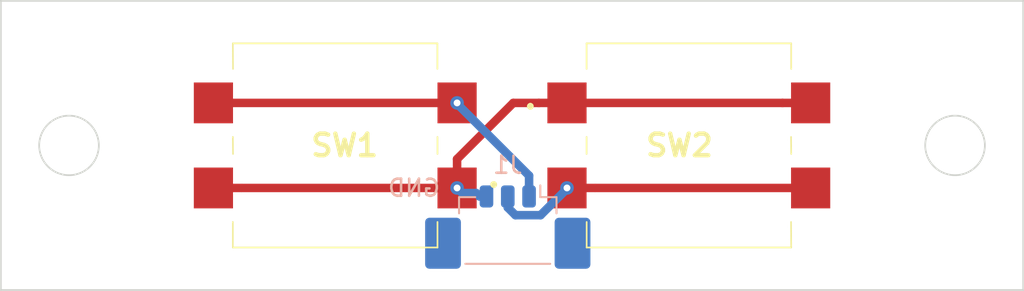
<source format=kicad_pcb>
(kicad_pcb (version 20171130) (host pcbnew "(5.1.5)-3")

  (general
    (thickness 1.6)
    (drawings 14)
    (tracks 30)
    (zones 0)
    (modules 3)
    (nets 4)
  )

  (page A4)
  (layers
    (0 F.Cu signal)
    (31 B.Cu signal)
    (32 B.Adhes user)
    (33 F.Adhes user)
    (34 B.Paste user)
    (35 F.Paste user hide)
    (36 B.SilkS user)
    (37 F.SilkS user)
    (38 B.Mask user)
    (39 F.Mask user)
    (40 Dwgs.User user hide)
    (41 Cmts.User user hide)
    (42 Eco1.User user hide)
    (43 Eco2.User user hide)
    (44 Edge.Cuts user)
    (45 Margin user hide)
    (46 B.CrtYd user)
    (47 F.CrtYd user)
    (48 B.Fab user hide)
    (49 F.Fab user hide)
  )

  (setup
    (last_trace_width 0.25)
    (trace_clearance 0.2)
    (zone_clearance 0.508)
    (zone_45_only no)
    (trace_min 0.2)
    (via_size 0.8)
    (via_drill 0.4)
    (via_min_size 0.4)
    (via_min_drill 0.3)
    (uvia_size 0.3)
    (uvia_drill 0.1)
    (uvias_allowed no)
    (uvia_min_size 0.2)
    (uvia_min_drill 0.1)
    (edge_width 0.1)
    (segment_width 0.2)
    (pcb_text_width 0.3)
    (pcb_text_size 1.5 1.5)
    (mod_edge_width 0.15)
    (mod_text_size 1 1)
    (mod_text_width 0.15)
    (pad_size 1.524 1.524)
    (pad_drill 0.762)
    (pad_to_mask_clearance 0)
    (aux_axis_origin 0 0)
    (visible_elements 7FFFFFFF)
    (pcbplotparams
      (layerselection 0x010fc_ffffffff)
      (usegerberextensions false)
      (usegerberattributes false)
      (usegerberadvancedattributes false)
      (creategerberjobfile false)
      (excludeedgelayer true)
      (linewidth 0.100000)
      (plotframeref false)
      (viasonmask false)
      (mode 1)
      (useauxorigin false)
      (hpglpennumber 1)
      (hpglpenspeed 20)
      (hpglpendiameter 15.000000)
      (psnegative false)
      (psa4output false)
      (plotreference true)
      (plotvalue true)
      (plotinvisibletext false)
      (padsonsilk false)
      (subtractmaskfromsilk false)
      (outputformat 1)
      (mirror false)
      (drillshape 0)
      (scaleselection 1)
      (outputdirectory "../ExportFiles/Right_Left_SidePanel/"))
  )

  (net 0 "")
  (net 1 "Net-(J1-Pad2)")
  (net 2 "Net-(J1-Pad1)")
  (net 3 +3V3)

  (net_class Default "This is the default net class."
    (clearance 0.2)
    (trace_width 0.25)
    (via_dia 0.8)
    (via_drill 0.4)
    (uvia_dia 0.3)
    (uvia_drill 0.1)
    (add_net +3V3)
    (add_net "Net-(J1-Pad1)")
    (add_net "Net-(J1-Pad2)")
  )

  (module SamacSys_Parts:B3FS4002P (layer F.Cu) (tedit 5E3E8AD5) (tstamp 5E15EC30)
    (at 94.25 138.75 180)
    (descr B3FS-4002P)
    (tags Switch)
    (path /5E15DB1E)
    (attr smd)
    (fp_text reference SW2 (at -0.575 0) (layer F.SilkS)
      (effects (font (size 1.27 1.27) (thickness 0.254)))
    )
    (fp_text value SW_DOWN (at -0.575 0) (layer F.SilkS) hide
      (effects (font (size 1.27 1.27) (thickness 0.254)))
    )
    (fp_arc (start 8.175 2.3) (end 8.175 2.4) (angle 180) (layer F.SilkS) (width 0.2))
    (fp_arc (start 8.175 2.3) (end 8.175 2.2) (angle 180) (layer F.SilkS) (width 0.2))
    (fp_line (start 8.175 2.4) (end 8.175 2.4) (layer F.SilkS) (width 0.2))
    (fp_line (start 8.175 2.2) (end 8.175 2.2) (layer F.SilkS) (width 0.2))
    (fp_line (start 4.875 0.5) (end 4.875 -0.5) (layer F.SilkS) (width 0.1))
    (fp_line (start -7.125 0.5) (end -7.135 -0.5) (layer F.SilkS) (width 0.1))
    (fp_line (start 4.87 -6) (end 4.87 -4.5) (layer F.SilkS) (width 0.1))
    (fp_line (start -7.135 -6) (end 4.87 -6) (layer F.SilkS) (width 0.1))
    (fp_line (start -7.125 -4.5) (end -7.135 -6) (layer F.SilkS) (width 0.1))
    (fp_line (start 4.875 6) (end 4.875 4.5) (layer F.SilkS) (width 0.1))
    (fp_line (start -7.135 6) (end 4.875 6) (layer F.SilkS) (width 0.1))
    (fp_line (start -7.135 4.5) (end -7.135 6) (layer F.SilkS) (width 0.1))
    (fp_line (start -10.425 7) (end -10.425 -7) (layer F.CrtYd) (width 0.1))
    (fp_line (start 9.275 7) (end -10.425 7) (layer F.CrtYd) (width 0.1))
    (fp_line (start 9.275 -7) (end 9.275 7) (layer F.CrtYd) (width 0.1))
    (fp_line (start -10.425 -7) (end 9.275 -7) (layer F.CrtYd) (width 0.1))
    (fp_line (start -7.125 6) (end -7.125 -6) (layer F.Fab) (width 0.2))
    (fp_line (start 4.875 6) (end -7.125 6) (layer F.Fab) (width 0.2))
    (fp_line (start 4.875 -6) (end 4.875 6) (layer F.Fab) (width 0.2))
    (fp_line (start -7.125 -6) (end 4.875 -6) (layer F.Fab) (width 0.2))
    (fp_text user %R (at -0.575 0) (layer F.Fab)
      (effects (font (size 1.27 1.27) (thickness 0.254)))
    )
    (pad 2 smd rect (at -8.275 -2.5 180) (size 2.3 2.4) (layers F.Cu F.Paste F.Mask)
      (net 1 "Net-(J1-Pad2)"))
    (pad 2 smd rect (at 6.025 -2.5 180) (size 2.3 2.4) (layers F.Cu F.Paste F.Mask)
      (net 1 "Net-(J1-Pad2)"))
    (pad 1 smd rect (at -8.275 2.5 180) (size 2.3 2.4) (layers F.Cu F.Paste F.Mask)
      (net 3 +3V3))
    (pad 1 smd rect (at 6.025 2.5 180) (size 2.3 2.4) (layers F.Cu F.Paste F.Mask)
      (net 3 +3V3))
    (model ${SamacSys_Parts_3D}/B3FS-4002P.stp
      (offset (xyz -1 0 0))
      (scale (xyz 1 1 1))
      (rotate (xyz -90 0 0))
    )
  )

  (module SamacSys_Parts:B3FS4002P (layer F.Cu) (tedit 5E3E8AD5) (tstamp 5E15E666)
    (at 75.75 138.75)
    (descr B3FS-4002P)
    (tags Switch)
    (path /5E15D779)
    (attr smd)
    (fp_text reference SW1 (at -0.575 0) (layer F.SilkS)
      (effects (font (size 1.27 1.27) (thickness 0.254)))
    )
    (fp_text value SW_UP (at -0.575 0) (layer F.SilkS) hide
      (effects (font (size 1.27 1.27) (thickness 0.254)))
    )
    (fp_arc (start 8.175 2.3) (end 8.175 2.4) (angle 180) (layer F.SilkS) (width 0.2))
    (fp_arc (start 8.175 2.3) (end 8.175 2.2) (angle 180) (layer F.SilkS) (width 0.2))
    (fp_line (start 8.175 2.4) (end 8.175 2.4) (layer F.SilkS) (width 0.2))
    (fp_line (start 8.175 2.2) (end 8.175 2.2) (layer F.SilkS) (width 0.2))
    (fp_line (start 4.875 0.5) (end 4.875 -0.5) (layer F.SilkS) (width 0.1))
    (fp_line (start -7.125 0.5) (end -7.135 -0.5) (layer F.SilkS) (width 0.1))
    (fp_line (start 4.87 -6) (end 4.87 -4.5) (layer F.SilkS) (width 0.1))
    (fp_line (start -7.135 -6) (end 4.87 -6) (layer F.SilkS) (width 0.1))
    (fp_line (start -7.125 -4.5) (end -7.135 -6) (layer F.SilkS) (width 0.1))
    (fp_line (start 4.875 6) (end 4.875 4.5) (layer F.SilkS) (width 0.1))
    (fp_line (start -7.135 6) (end 4.875 6) (layer F.SilkS) (width 0.1))
    (fp_line (start -7.135 4.5) (end -7.135 6) (layer F.SilkS) (width 0.1))
    (fp_line (start -10.425 7) (end -10.425 -7) (layer F.CrtYd) (width 0.1))
    (fp_line (start 9.275 7) (end -10.425 7) (layer F.CrtYd) (width 0.1))
    (fp_line (start 9.275 -7) (end 9.275 7) (layer F.CrtYd) (width 0.1))
    (fp_line (start -10.425 -7) (end 9.275 -7) (layer F.CrtYd) (width 0.1))
    (fp_line (start -7.125 6) (end -7.125 -6) (layer F.Fab) (width 0.2))
    (fp_line (start 4.875 6) (end -7.125 6) (layer F.Fab) (width 0.2))
    (fp_line (start 4.875 -6) (end 4.875 6) (layer F.Fab) (width 0.2))
    (fp_line (start -7.125 -6) (end 4.875 -6) (layer F.Fab) (width 0.2))
    (fp_text user %R (at -0.575 0) (layer F.Fab)
      (effects (font (size 1.27 1.27) (thickness 0.254)))
    )
    (pad 2 smd rect (at -8.275 -2.5) (size 2.3 2.4) (layers F.Cu F.Paste F.Mask)
      (net 2 "Net-(J1-Pad1)"))
    (pad 2 smd rect (at 6.025 -2.5) (size 2.3 2.4) (layers F.Cu F.Paste F.Mask)
      (net 2 "Net-(J1-Pad1)"))
    (pad 1 smd rect (at -8.275 2.5) (size 2.3 2.4) (layers F.Cu F.Paste F.Mask)
      (net 3 +3V3))
    (pad 1 smd rect (at 6.025 2.5) (size 2.3 2.4) (layers F.Cu F.Paste F.Mask)
      (net 3 +3V3))
    (model ${SamacSys_Parts_3D}/B3FS-4002P.stp
      (offset (xyz -1 0 0))
      (scale (xyz 1 1 1))
      (rotate (xyz -90 0 0))
    )
  )

  (module Connector_Molex:Molex_PicoBlade_53398-0371_1x03-1MP_P1.25mm_Vertical (layer B.Cu) (tedit 5B78AD88) (tstamp 5E733C7C)
    (at 84.75 143 180)
    (descr "Molex PicoBlade series connector, 53398-0371 (http://www.molex.com/pdm_docs/sd/533980271_sd.pdf), generated with kicad-footprint-generator")
    (tags "connector Molex PicoBlade side entry")
    (path /5E15E4A2)
    (attr smd)
    (fp_text reference J1 (at 0 3.1) (layer B.SilkS)
      (effects (font (size 1 1) (thickness 0.15)) (justify mirror))
    )
    (fp_text value To_RightPanel (at 0 -4.2) (layer B.Fab)
      (effects (font (size 1 1) (thickness 0.15)) (justify mirror))
    )
    (fp_line (start -2.75 1.1) (end 2.75 1.1) (layer B.Fab) (width 0.1))
    (fp_line (start -2.86 0.26) (end -2.86 1.21) (layer B.SilkS) (width 0.12))
    (fp_line (start -2.86 1.21) (end -1.91 1.21) (layer B.SilkS) (width 0.12))
    (fp_line (start -1.91 1.21) (end -1.91 1.9) (layer B.SilkS) (width 0.12))
    (fp_line (start 2.86 0.26) (end 2.86 1.21) (layer B.SilkS) (width 0.12))
    (fp_line (start 2.86 1.21) (end 1.91 1.21) (layer B.SilkS) (width 0.12))
    (fp_line (start -2.49 -2.71) (end 2.49 -2.71) (layer B.SilkS) (width 0.12))
    (fp_line (start -2.75 -2.6) (end 2.75 -2.6) (layer B.Fab) (width 0.1))
    (fp_line (start -2.75 1.1) (end -2.75 -2.6) (layer B.Fab) (width 0.1))
    (fp_line (start 2.75 1.1) (end 2.75 -2.6) (layer B.Fab) (width 0.1))
    (fp_line (start -1.4 -1.225) (end -1.4 -1.825) (layer B.Fab) (width 0.1))
    (fp_line (start -1.4 -1.825) (end -1.1 -1.825) (layer B.Fab) (width 0.1))
    (fp_line (start -1.1 -1.825) (end -1.1 -1.225) (layer B.Fab) (width 0.1))
    (fp_line (start -1.1 -1.225) (end -1.4 -1.225) (layer B.Fab) (width 0.1))
    (fp_line (start -0.15 -1.225) (end -0.15 -1.825) (layer B.Fab) (width 0.1))
    (fp_line (start -0.15 -1.825) (end 0.15 -1.825) (layer B.Fab) (width 0.1))
    (fp_line (start 0.15 -1.825) (end 0.15 -1.225) (layer B.Fab) (width 0.1))
    (fp_line (start 0.15 -1.225) (end -0.15 -1.225) (layer B.Fab) (width 0.1))
    (fp_line (start 1.1 -1.225) (end 1.1 -1.825) (layer B.Fab) (width 0.1))
    (fp_line (start 1.1 -1.825) (end 1.4 -1.825) (layer B.Fab) (width 0.1))
    (fp_line (start 1.4 -1.825) (end 1.4 -1.225) (layer B.Fab) (width 0.1))
    (fp_line (start 1.4 -1.225) (end 1.1 -1.225) (layer B.Fab) (width 0.1))
    (fp_line (start -2.75 -2.6) (end -4.25 -2.6) (layer B.Fab) (width 0.1))
    (fp_line (start -4.25 -2.6) (end -4.45 -2.4) (layer B.Fab) (width 0.1))
    (fp_line (start -4.45 -2.4) (end -4.45 -0.6) (layer B.Fab) (width 0.1))
    (fp_line (start -4.45 -0.6) (end -4.25 -0.4) (layer B.Fab) (width 0.1))
    (fp_line (start -4.25 -0.4) (end -4.25 0.2) (layer B.Fab) (width 0.1))
    (fp_line (start -4.25 0.2) (end -2.75 0.2) (layer B.Fab) (width 0.1))
    (fp_line (start 2.75 -2.6) (end 4.25 -2.6) (layer B.Fab) (width 0.1))
    (fp_line (start 4.25 -2.6) (end 4.45 -2.4) (layer B.Fab) (width 0.1))
    (fp_line (start 4.45 -2.4) (end 4.45 -0.6) (layer B.Fab) (width 0.1))
    (fp_line (start 4.45 -0.6) (end 4.25 -0.4) (layer B.Fab) (width 0.1))
    (fp_line (start 4.25 -0.4) (end 4.25 0.2) (layer B.Fab) (width 0.1))
    (fp_line (start 4.25 0.2) (end 2.75 0.2) (layer B.Fab) (width 0.1))
    (fp_line (start -5.35 2.4) (end -5.35 -3.5) (layer B.CrtYd) (width 0.05))
    (fp_line (start -5.35 -3.5) (end 5.35 -3.5) (layer B.CrtYd) (width 0.05))
    (fp_line (start 5.35 -3.5) (end 5.35 2.4) (layer B.CrtYd) (width 0.05))
    (fp_line (start 5.35 2.4) (end -5.35 2.4) (layer B.CrtYd) (width 0.05))
    (fp_line (start -1.75 1.1) (end -1.25 0.392893) (layer B.Fab) (width 0.1))
    (fp_line (start -1.25 0.392893) (end -0.75 1.1) (layer B.Fab) (width 0.1))
    (fp_text user %R (at 0 -0.4) (layer B.Fab)
      (effects (font (size 1 1) (thickness 0.15)) (justify mirror))
    )
    (pad 1 smd roundrect (at -1.25 1.25 180) (size 0.8 1.3) (layers B.Cu B.Paste B.Mask) (roundrect_rratio 0.25)
      (net 2 "Net-(J1-Pad1)"))
    (pad 2 smd roundrect (at 0 1.25 180) (size 0.8 1.3) (layers B.Cu B.Paste B.Mask) (roundrect_rratio 0.25)
      (net 1 "Net-(J1-Pad2)"))
    (pad 3 smd roundrect (at 1.25 1.25 180) (size 0.8 1.3) (layers B.Cu B.Paste B.Mask) (roundrect_rratio 0.25)
      (net 3 +3V3))
    (pad MP smd roundrect (at -3.8 -1.5 180) (size 2.1 3) (layers B.Cu B.Paste B.Mask) (roundrect_rratio 0.119048))
    (pad MP smd roundrect (at 3.8 -1.5 180) (size 2.1 3) (layers B.Cu B.Paste B.Mask) (roundrect_rratio 0.119048))
    (model ${KISYS3DMOD}/Connector_Molex.3dshapes/Molex_PicoBlade_53398-0371_1x03-1MP_P1.25mm_Vertical.wrl
      (at (xyz 0 0 0))
      (scale (xyz 1 1 1))
      (rotate (xyz 0 0 0))
    )
  )

  (gr_text GND (at 79.25 141.25) (layer B.SilkS)
    (effects (font (size 1 1) (thickness 0.15)) (justify mirror))
  )
  (dimension 4 (width 0.15) (layer Dwgs.User)
    (gr_text "4.000 mm" (at 113 153.3) (layer Dwgs.User)
      (effects (font (size 1 1) (thickness 0.15)))
    )
    (feature1 (pts (xy 115 138.75) (xy 115 152.586421)))
    (feature2 (pts (xy 111 138.75) (xy 111 152.586421)))
    (crossbar (pts (xy 111 152) (xy 115 152)))
    (arrow1a (pts (xy 115 152) (xy 113.873496 152.586421)))
    (arrow1b (pts (xy 115 152) (xy 113.873496 151.413579)))
    (arrow2a (pts (xy 111 152) (xy 112.126504 152.586421)))
    (arrow2b (pts (xy 111 152) (xy 112.126504 151.413579)))
  )
  (dimension 8.5 (width 0.15) (layer Dwgs.User)
    (gr_text "8.500 mm" (at 119.8 134.5 90) (layer Dwgs.User)
      (effects (font (size 1 1) (thickness 0.15)))
    )
    (feature1 (pts (xy 111 130.25) (xy 119.086421 130.25)))
    (feature2 (pts (xy 111 138.75) (xy 119.086421 138.75)))
    (crossbar (pts (xy 118.5 138.75) (xy 118.5 130.25)))
    (arrow1a (pts (xy 118.5 130.25) (xy 119.086421 131.376504)))
    (arrow1b (pts (xy 118.5 130.25) (xy 117.913579 131.376504)))
    (arrow2a (pts (xy 118.5 138.75) (xy 119.086421 137.623496)))
    (arrow2b (pts (xy 118.5 138.75) (xy 117.913579 137.623496)))
  )
  (gr_circle (center 111 138.75) (end 111 140.5) (layer Edge.Cuts) (width 0.1) (tstamp 5E15E97B))
  (dimension 3.5 (width 0.15) (layer Dwgs.User)
    (gr_text "3.500 mm" (at 48.95 138.75 270) (layer Dwgs.User)
      (effects (font (size 1 1) (thickness 0.15)))
    )
    (feature1 (pts (xy 59 140.5) (xy 49.663579 140.5)))
    (feature2 (pts (xy 59 137) (xy 49.663579 137)))
    (crossbar (pts (xy 50.25 137) (xy 50.25 140.5)))
    (arrow1a (pts (xy 50.25 140.5) (xy 49.663579 139.373496)))
    (arrow1b (pts (xy 50.25 140.5) (xy 50.836421 139.373496)))
    (arrow2a (pts (xy 50.25 137) (xy 49.663579 138.126504)))
    (arrow2b (pts (xy 50.25 137) (xy 50.836421 138.126504)))
  )
  (gr_circle (center 59 138.75) (end 59 140.5) (layer Edge.Cuts) (width 0.1))
  (dimension 4 (width 0.15) (layer Dwgs.User)
    (gr_text "4.000 mm" (at 57 151.3) (layer Dwgs.User)
      (effects (font (size 1 1) (thickness 0.15)))
    )
    (feature1 (pts (xy 55 138.75) (xy 55 150.586421)))
    (feature2 (pts (xy 59 138.75) (xy 59 150.586421)))
    (crossbar (pts (xy 59 150) (xy 55 150)))
    (arrow1a (pts (xy 55 150) (xy 56.126504 149.413579)))
    (arrow1b (pts (xy 55 150) (xy 56.126504 150.586421)))
    (arrow2a (pts (xy 59 150) (xy 57.873496 149.413579)))
    (arrow2b (pts (xy 59 150) (xy 57.873496 150.586421)))
  )
  (dimension 8.5 (width 0.15) (layer Dwgs.User)
    (gr_text "8.500 mm" (at 43.95 134.5 90) (layer Dwgs.User)
      (effects (font (size 1 1) (thickness 0.15)))
    )
    (feature1 (pts (xy 59 130.25) (xy 44.663579 130.25)))
    (feature2 (pts (xy 59 138.75) (xy 44.663579 138.75)))
    (crossbar (pts (xy 45.25 138.75) (xy 45.25 130.25)))
    (arrow1a (pts (xy 45.25 130.25) (xy 45.836421 131.376504)))
    (arrow1b (pts (xy 45.25 130.25) (xy 44.663579 131.376504)))
    (arrow2a (pts (xy 45.25 138.75) (xy 45.836421 137.623496)))
    (arrow2b (pts (xy 45.25 138.75) (xy 44.663579 137.623496)))
  )
  (dimension 60 (width 0.15) (layer Dwgs.User)
    (gr_text "60.000 mm" (at 85 117.7) (layer Dwgs.User)
      (effects (font (size 1 1) (thickness 0.15)))
    )
    (feature1 (pts (xy 55 130.25) (xy 55 118.413579)))
    (feature2 (pts (xy 115 130.25) (xy 115 118.413579)))
    (crossbar (pts (xy 115 119) (xy 55 119)))
    (arrow1a (pts (xy 55 119) (xy 56.126504 118.413579)))
    (arrow1b (pts (xy 55 119) (xy 56.126504 119.586421)))
    (arrow2a (pts (xy 115 119) (xy 113.873496 118.413579)))
    (arrow2b (pts (xy 115 119) (xy 113.873496 119.586421)))
  )
  (dimension 17 (width 0.15) (layer Dwgs.User)
    (gr_text "17.000 mm" (at 124.3 138.75 270) (layer Dwgs.User)
      (effects (font (size 1 1) (thickness 0.15)))
    )
    (feature1 (pts (xy 115 147.25) (xy 123.586421 147.25)))
    (feature2 (pts (xy 115 130.25) (xy 123.586421 130.25)))
    (crossbar (pts (xy 123 130.25) (xy 123 147.25)))
    (arrow1a (pts (xy 123 147.25) (xy 122.413579 146.123496)))
    (arrow1b (pts (xy 123 147.25) (xy 123.586421 146.123496)))
    (arrow2a (pts (xy 123 130.25) (xy 122.413579 131.376504)))
    (arrow2b (pts (xy 123 130.25) (xy 123.586421 131.376504)))
  )
  (gr_line (start 115 147.25) (end 55 147.25) (layer Edge.Cuts) (width 0.1) (tstamp 5E15E958))
  (gr_line (start 115 130.25) (end 115 147.25) (layer Edge.Cuts) (width 0.1))
  (gr_line (start 55 130.25) (end 115 130.25) (layer Edge.Cuts) (width 0.1))
  (gr_line (start 55 147.25) (end 55 130.25) (layer Edge.Cuts) (width 0.1))

  (segment (start 89.875 141.25) (end 102.525 141.25) (width 0.5) (layer F.Cu) (net 1))
  (segment (start 88.225 141.25) (end 88.225 141.25) (width 0.5) (layer F.Cu) (net 1))
  (segment (start 88.225 141.25) (end 89.875 141.25) (width 0.5) (layer F.Cu) (net 1) (tstamp 5E733F66))
  (via (at 88.225 141.25) (size 0.8) (drill 0.4) (layers F.Cu B.Cu) (net 1))
  (segment (start 85.20001 142.85001) (end 84.75 142.4) (width 0.5) (layer B.Cu) (net 1))
  (segment (start 84.75 142.4) (end 84.75 141.75) (width 0.5) (layer B.Cu) (net 1))
  (segment (start 86.67499 142.85001) (end 85.20001 142.85001) (width 0.5) (layer B.Cu) (net 1))
  (segment (start 88.225 141.3) (end 86.67499 142.85001) (width 0.5) (layer B.Cu) (net 1))
  (segment (start 88.225 141.25) (end 88.225 141.3) (width 0.5) (layer B.Cu) (net 1))
  (segment (start 81.775 136.25) (end 81.775 136.25) (width 0.5) (layer F.Cu) (net 2))
  (segment (start 81.775 136.25) (end 67.475 136.25) (width 0.5) (layer F.Cu) (net 2) (tstamp 5E733F64))
  (via (at 81.775 136.25) (size 0.8) (drill 0.4) (layers F.Cu B.Cu) (net 2))
  (segment (start 86 141.1) (end 86 141.75) (width 0.5) (layer B.Cu) (net 2))
  (segment (start 81.775 136.3) (end 86 140.525) (width 0.5) (layer B.Cu) (net 2))
  (segment (start 86 140.525) (end 86 141.1) (width 0.5) (layer B.Cu) (net 2))
  (segment (start 81.775 136.25) (end 81.775 136.3) (width 0.5) (layer B.Cu) (net 2))
  (segment (start 82.075 141.55) (end 81.775 141.25) (width 0.5) (layer B.Cu) (net 3))
  (segment (start 69.125 141.25) (end 81.775 141.25) (width 0.5) (layer F.Cu) (net 3))
  (segment (start 67.475 141.25) (end 69.125 141.25) (width 0.5) (layer F.Cu) (net 3))
  (segment (start 100.875 136.25) (end 88.225 136.25) (width 0.5) (layer F.Cu) (net 3))
  (segment (start 102.525 136.25) (end 100.875 136.25) (width 0.5) (layer F.Cu) (net 3))
  (segment (start 86.575 136.25) (end 88.225 136.25) (width 0.5) (layer F.Cu) (net 3))
  (segment (start 85.075 136.25) (end 86.575 136.25) (width 0.5) (layer F.Cu) (net 3))
  (segment (start 81.775 139.55) (end 85.075 136.25) (width 0.5) (layer F.Cu) (net 3))
  (segment (start 81.775 141.25) (end 81.775 139.55) (width 0.5) (layer F.Cu) (net 3))
  (segment (start 82.9 141.55) (end 82.075 141.55) (width 0.5) (layer B.Cu) (net 3))
  (segment (start 83.1 141.75) (end 82.9 141.55) (width 0.5) (layer B.Cu) (net 3))
  (segment (start 83.5 141.75) (end 83.1 141.75) (width 0.5) (layer B.Cu) (net 3))
  (segment (start 81.775 141.25) (end 81.775 141.25) (width 0.5) (layer B.Cu) (net 3) (tstamp 5E733F62))
  (via (at 81.775 141.25) (size 0.8) (drill 0.4) (layers F.Cu B.Cu) (net 3))

)

</source>
